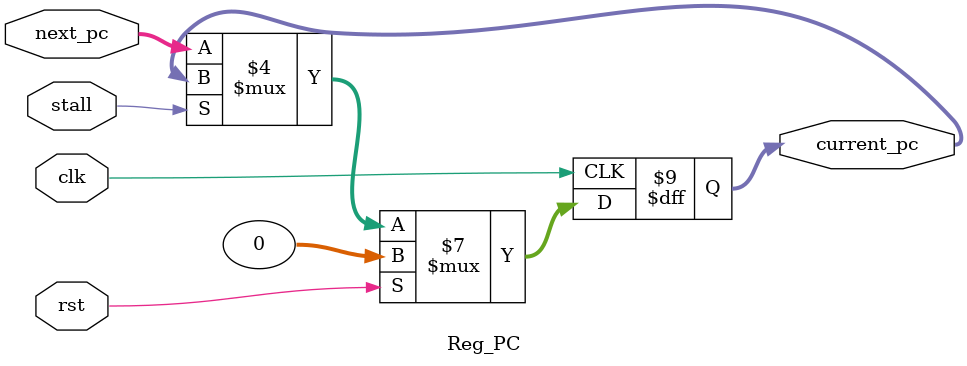
<source format=v>
module Reg_PC(
    input clk,
    input rst,
    input stall,
    input [31:0] next_pc,
    output reg [31:0] current_pc
);
    always@ (posedge clk) begin
        if(rst == 1)
            current_pc <= 32'd0;
        else if(stall == 1'b0)
            current_pc <= next_pc;
        // else => stall == 1'b1 => pc remains unchanged
    end
endmodule
</source>
